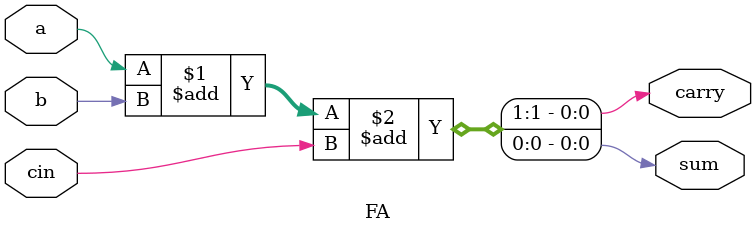
<source format=v>

module HA(a, b, sum, carry);

	input a, b;
	output sum, carry;

	assign {carry, sum} = a + b;
	
endmodule



module FA(a, b, cin, sum, carry);

	input a, b, cin;
	output sum, carry;

	assign {carry, sum} = a + b + cin;


endmodule
</source>
